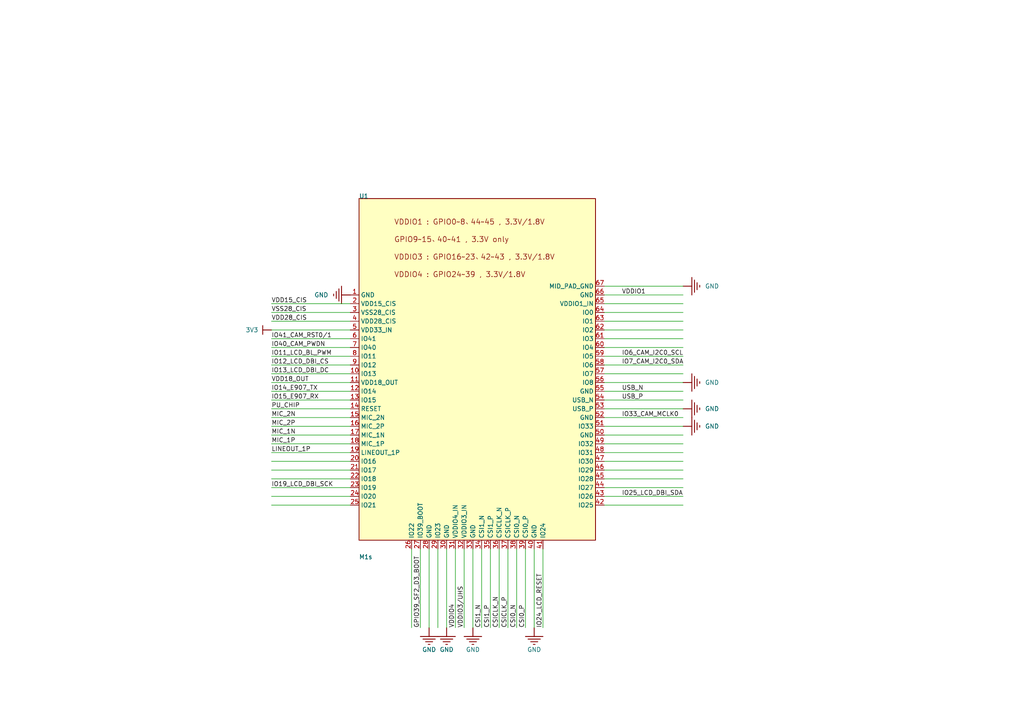
<source format=kicad_sch>
(kicad_sch (version 20211123) (generator eeschema)

  (uuid 8e89c399-9e07-43b1-9bee-21c47c344e1b)

  (paper "A4")

  (lib_symbols
    (symbol "KICAD-altium-import:0_M1s" (in_bom yes) (on_board yes)
      (property "Reference" "" (id 0) (at 0 0 0)
        (effects (font (size 1.27 1.27)))
      )
      (property "Value" "0_M1s" (id 1) (at 0 0 0)
        (effects (font (size 1.27 1.27)))
      )
      (property "Footprint" "" (id 2) (at 0 0 0)
        (effects (font (size 1.27 1.27)) hide)
      )
      (property "Datasheet" "" (id 3) (at 0 0 0)
        (effects (font (size 1.27 1.27)) hide)
      )
      (property "ki_fp_filters" "M1s" (id 4) (at 0 0 0)
        (effects (font (size 1.27 1.27)) hide)
      )
      (symbol "0_M1s_1_0"
        (rectangle (start 45.72 109.22) (end -22.86 10.16)
          (stroke (width 0.254) (type default) (color 0 0 0 0))
          (fill (type background))
        )
        (text "GPIO9~15、40~41 , 3.3V only" (at -12.7 96.52 0)
          (effects (font (size 1.524 1.524)) (justify left bottom))
        )
        (text "VDDIO1 : GPIO0~8、44~45 , 3.3V/1.8V" (at -12.7 101.6 0)
          (effects (font (size 1.524 1.524)) (justify left bottom))
        )
        (text "VDDIO3 : GPIO16~23、42~43 , 3.3V/1.8V" (at -12.7 91.44 0)
          (effects (font (size 1.524 1.524)) (justify left bottom))
        )
        (text "VDDIO4 : GPIO24~39 , 3.3V/1.8V" (at -12.7 86.36 0)
          (effects (font (size 1.524 1.524)) (justify left bottom))
        )
        (pin passive line (at -25.4 81.28 0) (length 2.54)
          (name "GND" (effects (font (size 1.27 1.27))))
          (number "1" (effects (font (size 1.27 1.27))))
        )
        (pin passive line (at -25.4 58.42 0) (length 2.54)
          (name "IO13" (effects (font (size 1.27 1.27))))
          (number "10" (effects (font (size 1.27 1.27))))
        )
        (pin passive line (at -25.4 55.88 0) (length 2.54)
          (name "VDD18_OUT" (effects (font (size 1.27 1.27))))
          (number "11" (effects (font (size 1.27 1.27))))
        )
        (pin passive line (at -25.4 53.34 0) (length 2.54)
          (name "IO14" (effects (font (size 1.27 1.27))))
          (number "12" (effects (font (size 1.27 1.27))))
        )
        (pin passive line (at -25.4 50.8 0) (length 2.54)
          (name "IO15" (effects (font (size 1.27 1.27))))
          (number "13" (effects (font (size 1.27 1.27))))
        )
        (pin passive line (at -25.4 48.26 0) (length 2.54)
          (name "RESET" (effects (font (size 1.27 1.27))))
          (number "14" (effects (font (size 1.27 1.27))))
        )
        (pin passive line (at -25.4 45.72 0) (length 2.54)
          (name "MIC_2N" (effects (font (size 1.27 1.27))))
          (number "15" (effects (font (size 1.27 1.27))))
        )
        (pin passive line (at -25.4 43.18 0) (length 2.54)
          (name "MIC_2P" (effects (font (size 1.27 1.27))))
          (number "16" (effects (font (size 1.27 1.27))))
        )
        (pin passive line (at -25.4 40.64 0) (length 2.54)
          (name "MIC_1N" (effects (font (size 1.27 1.27))))
          (number "17" (effects (font (size 1.27 1.27))))
        )
        (pin passive line (at -25.4 38.1 0) (length 2.54)
          (name "MIC_1P" (effects (font (size 1.27 1.27))))
          (number "18" (effects (font (size 1.27 1.27))))
        )
        (pin passive line (at -25.4 35.56 0) (length 2.54)
          (name "LINEOUT_1P" (effects (font (size 1.27 1.27))))
          (number "19" (effects (font (size 1.27 1.27))))
        )
        (pin passive line (at -25.4 78.74 0) (length 2.54)
          (name "VDD15_CIS" (effects (font (size 1.27 1.27))))
          (number "2" (effects (font (size 1.27 1.27))))
        )
        (pin passive line (at -25.4 33.02 0) (length 2.54)
          (name "IO16" (effects (font (size 1.27 1.27))))
          (number "20" (effects (font (size 1.27 1.27))))
        )
        (pin passive line (at -25.4 30.48 0) (length 2.54)
          (name "IO17" (effects (font (size 1.27 1.27))))
          (number "21" (effects (font (size 1.27 1.27))))
        )
        (pin passive line (at -25.4 27.94 0) (length 2.54)
          (name "IO18" (effects (font (size 1.27 1.27))))
          (number "22" (effects (font (size 1.27 1.27))))
        )
        (pin passive line (at -25.4 25.4 0) (length 2.54)
          (name "IO19" (effects (font (size 1.27 1.27))))
          (number "23" (effects (font (size 1.27 1.27))))
        )
        (pin passive line (at -25.4 22.86 0) (length 2.54)
          (name "IO20" (effects (font (size 1.27 1.27))))
          (number "24" (effects (font (size 1.27 1.27))))
        )
        (pin passive line (at -25.4 20.32 0) (length 2.54)
          (name "IO21" (effects (font (size 1.27 1.27))))
          (number "25" (effects (font (size 1.27 1.27))))
        )
        (pin passive line (at -7.62 7.62 90) (length 2.54)
          (name "IO22" (effects (font (size 1.27 1.27))))
          (number "26" (effects (font (size 1.27 1.27))))
        )
        (pin passive line (at -5.08 7.62 90) (length 2.54)
          (name "IO39_BOOT" (effects (font (size 1.27 1.27))))
          (number "27" (effects (font (size 1.27 1.27))))
        )
        (pin passive line (at -2.54 7.62 90) (length 2.54)
          (name "GND" (effects (font (size 1.27 1.27))))
          (number "28" (effects (font (size 1.27 1.27))))
        )
        (pin passive line (at 0 7.62 90) (length 2.54)
          (name "IO23" (effects (font (size 1.27 1.27))))
          (number "29" (effects (font (size 1.27 1.27))))
        )
        (pin passive line (at -25.4 76.2 0) (length 2.54)
          (name "VSS28_CIS" (effects (font (size 1.27 1.27))))
          (number "3" (effects (font (size 1.27 1.27))))
        )
        (pin passive line (at 2.54 7.62 90) (length 2.54)
          (name "GND" (effects (font (size 1.27 1.27))))
          (number "30" (effects (font (size 1.27 1.27))))
        )
        (pin passive line (at 5.08 7.62 90) (length 2.54)
          (name "VDDIO4_IN" (effects (font (size 1.27 1.27))))
          (number "31" (effects (font (size 1.27 1.27))))
        )
        (pin passive line (at 7.62 7.62 90) (length 2.54)
          (name "VDDIO3_IN" (effects (font (size 1.27 1.27))))
          (number "32" (effects (font (size 1.27 1.27))))
        )
        (pin passive line (at 10.16 7.62 90) (length 2.54)
          (name "GND" (effects (font (size 1.27 1.27))))
          (number "33" (effects (font (size 1.27 1.27))))
        )
        (pin passive line (at 12.7 7.62 90) (length 2.54)
          (name "CSI1_N" (effects (font (size 1.27 1.27))))
          (number "34" (effects (font (size 1.27 1.27))))
        )
        (pin passive line (at 15.24 7.62 90) (length 2.54)
          (name "CSI1_P" (effects (font (size 1.27 1.27))))
          (number "35" (effects (font (size 1.27 1.27))))
        )
        (pin passive line (at 17.78 7.62 90) (length 2.54)
          (name "CSICLK_N" (effects (font (size 1.27 1.27))))
          (number "36" (effects (font (size 1.27 1.27))))
        )
        (pin passive line (at 20.32 7.62 90) (length 2.54)
          (name "CSICLK_P" (effects (font (size 1.27 1.27))))
          (number "37" (effects (font (size 1.27 1.27))))
        )
        (pin passive line (at 22.86 7.62 90) (length 2.54)
          (name "CSI0_N" (effects (font (size 1.27 1.27))))
          (number "38" (effects (font (size 1.27 1.27))))
        )
        (pin passive line (at 25.4 7.62 90) (length 2.54)
          (name "CSI0_P" (effects (font (size 1.27 1.27))))
          (number "39" (effects (font (size 1.27 1.27))))
        )
        (pin passive line (at -25.4 73.66 0) (length 2.54)
          (name "VDD28_CIS" (effects (font (size 1.27 1.27))))
          (number "4" (effects (font (size 1.27 1.27))))
        )
        (pin passive line (at 27.94 7.62 90) (length 2.54)
          (name "GND" (effects (font (size 1.27 1.27))))
          (number "40" (effects (font (size 1.27 1.27))))
        )
        (pin passive line (at 30.48 7.62 90) (length 2.54)
          (name "IO24" (effects (font (size 1.27 1.27))))
          (number "41" (effects (font (size 1.27 1.27))))
        )
        (pin passive line (at 48.26 20.32 180) (length 2.54)
          (name "IO25" (effects (font (size 1.27 1.27))))
          (number "42" (effects (font (size 1.27 1.27))))
        )
        (pin passive line (at 48.26 22.86 180) (length 2.54)
          (name "IO26" (effects (font (size 1.27 1.27))))
          (number "43" (effects (font (size 1.27 1.27))))
        )
        (pin passive line (at 48.26 25.4 180) (length 2.54)
          (name "IO27" (effects (font (size 1.27 1.27))))
          (number "44" (effects (font (size 1.27 1.27))))
        )
        (pin passive line (at 48.26 27.94 180) (length 2.54)
          (name "IO28" (effects (font (size 1.27 1.27))))
          (number "45" (effects (font (size 1.27 1.27))))
        )
        (pin passive line (at 48.26 30.48 180) (length 2.54)
          (name "IO29" (effects (font (size 1.27 1.27))))
          (number "46" (effects (font (size 1.27 1.27))))
        )
        (pin passive line (at 48.26 33.02 180) (length 2.54)
          (name "IO30" (effects (font (size 1.27 1.27))))
          (number "47" (effects (font (size 1.27 1.27))))
        )
        (pin passive line (at 48.26 35.56 180) (length 2.54)
          (name "IO31" (effects (font (size 1.27 1.27))))
          (number "48" (effects (font (size 1.27 1.27))))
        )
        (pin passive line (at 48.26 38.1 180) (length 2.54)
          (name "IO32" (effects (font (size 1.27 1.27))))
          (number "49" (effects (font (size 1.27 1.27))))
        )
        (pin passive line (at -25.4 71.12 0) (length 2.54)
          (name "VDD33_IN" (effects (font (size 1.27 1.27))))
          (number "5" (effects (font (size 1.27 1.27))))
        )
        (pin passive line (at 48.26 40.64 180) (length 2.54)
          (name "GND" (effects (font (size 1.27 1.27))))
          (number "50" (effects (font (size 1.27 1.27))))
        )
        (pin passive line (at 48.26 43.18 180) (length 2.54)
          (name "IO33" (effects (font (size 1.27 1.27))))
          (number "51" (effects (font (size 1.27 1.27))))
        )
        (pin passive line (at 48.26 45.72 180) (length 2.54)
          (name "GND" (effects (font (size 1.27 1.27))))
          (number "52" (effects (font (size 1.27 1.27))))
        )
        (pin passive line (at 48.26 48.26 180) (length 2.54)
          (name "USB_P" (effects (font (size 1.27 1.27))))
          (number "53" (effects (font (size 1.27 1.27))))
        )
        (pin passive line (at 48.26 50.8 180) (length 2.54)
          (name "USB_N" (effects (font (size 1.27 1.27))))
          (number "54" (effects (font (size 1.27 1.27))))
        )
        (pin passive line (at 48.26 53.34 180) (length 2.54)
          (name "GND" (effects (font (size 1.27 1.27))))
          (number "55" (effects (font (size 1.27 1.27))))
        )
        (pin passive line (at 48.26 55.88 180) (length 2.54)
          (name "IO8" (effects (font (size 1.27 1.27))))
          (number "56" (effects (font (size 1.27 1.27))))
        )
        (pin passive line (at 48.26 58.42 180) (length 2.54)
          (name "IO7" (effects (font (size 1.27 1.27))))
          (number "57" (effects (font (size 1.27 1.27))))
        )
        (pin passive line (at 48.26 60.96 180) (length 2.54)
          (name "IO6" (effects (font (size 1.27 1.27))))
          (number "58" (effects (font (size 1.27 1.27))))
        )
        (pin passive line (at 48.26 63.5 180) (length 2.54)
          (name "IO5" (effects (font (size 1.27 1.27))))
          (number "59" (effects (font (size 1.27 1.27))))
        )
        (pin passive line (at -25.4 68.58 0) (length 2.54)
          (name "IO41" (effects (font (size 1.27 1.27))))
          (number "6" (effects (font (size 1.27 1.27))))
        )
        (pin passive line (at 48.26 66.04 180) (length 2.54)
          (name "IO4" (effects (font (size 1.27 1.27))))
          (number "60" (effects (font (size 1.27 1.27))))
        )
        (pin passive line (at 48.26 68.58 180) (length 2.54)
          (name "IO3" (effects (font (size 1.27 1.27))))
          (number "61" (effects (font (size 1.27 1.27))))
        )
        (pin passive line (at 48.26 71.12 180) (length 2.54)
          (name "IO2" (effects (font (size 1.27 1.27))))
          (number "62" (effects (font (size 1.27 1.27))))
        )
        (pin passive line (at 48.26 73.66 180) (length 2.54)
          (name "IO1" (effects (font (size 1.27 1.27))))
          (number "63" (effects (font (size 1.27 1.27))))
        )
        (pin passive line (at 48.26 76.2 180) (length 2.54)
          (name "IO0" (effects (font (size 1.27 1.27))))
          (number "64" (effects (font (size 1.27 1.27))))
        )
        (pin passive line (at 48.26 78.74 180) (length 2.54)
          (name "VDDIO1_IN" (effects (font (size 1.27 1.27))))
          (number "65" (effects (font (size 1.27 1.27))))
        )
        (pin passive line (at 48.26 81.28 180) (length 2.54)
          (name "GND" (effects (font (size 1.27 1.27))))
          (number "66" (effects (font (size 1.27 1.27))))
        )
        (pin passive line (at 48.26 83.82 180) (length 2.54)
          (name "MID_PAD_GND" (effects (font (size 1.27 1.27))))
          (number "67" (effects (font (size 1.27 1.27))))
        )
        (pin passive line (at -25.4 66.04 0) (length 2.54)
          (name "IO40" (effects (font (size 1.27 1.27))))
          (number "7" (effects (font (size 1.27 1.27))))
        )
        (pin passive line (at -25.4 63.5 0) (length 2.54)
          (name "IO11" (effects (font (size 1.27 1.27))))
          (number "8" (effects (font (size 1.27 1.27))))
        )
        (pin passive line (at -25.4 60.96 0) (length 2.54)
          (name "IO12" (effects (font (size 1.27 1.27))))
          (number "9" (effects (font (size 1.27 1.27))))
        )
      )
    )
    (symbol "KICAD-altium-import:3V3" (power) (in_bom yes) (on_board yes)
      (property "Reference" "#PWR" (id 0) (at 0 0 0)
        (effects (font (size 1.27 1.27)))
      )
      (property "Value" "3V3" (id 1) (at 0 3.81 0)
        (effects (font (size 1.27 1.27)))
      )
      (property "Footprint" "" (id 2) (at 0 0 0)
        (effects (font (size 1.27 1.27)) hide)
      )
      (property "Datasheet" "" (id 3) (at 0 0 0)
        (effects (font (size 1.27 1.27)) hide)
      )
      (property "ki_keywords" "power-flag" (id 4) (at 0 0 0)
        (effects (font (size 1.27 1.27)) hide)
      )
      (property "ki_description" "电源符号创建名为 '3V3' 的全局标签" (id 5) (at 0 0 0)
        (effects (font (size 1.27 1.27)) hide)
      )
      (symbol "3V3_0_0"
        (polyline
          (pts
            (xy -1.27 -2.54)
            (xy 1.27 -2.54)
          )
          (stroke (width 0.254) (type default) (color 0 0 0 0))
          (fill (type none))
        )
        (polyline
          (pts
            (xy 0 0)
            (xy 0 -2.54)
          )
          (stroke (width 0.254) (type default) (color 0 0 0 0))
          (fill (type none))
        )
        (pin power_in line (at 0 0 0) (length 0) hide
          (name "3V3" (effects (font (size 1.27 1.27))))
          (number "" (effects (font (size 1.27 1.27))))
        )
      )
    )
    (symbol "KICAD-altium-import:GND" (power) (in_bom yes) (on_board yes)
      (property "Reference" "#PWR" (id 0) (at 0 0 0)
        (effects (font (size 1.27 1.27)))
      )
      (property "Value" "GND" (id 1) (at 0 6.35 0)
        (effects (font (size 1.27 1.27)))
      )
      (property "Footprint" "" (id 2) (at 0 0 0)
        (effects (font (size 1.27 1.27)) hide)
      )
      (property "Datasheet" "" (id 3) (at 0 0 0)
        (effects (font (size 1.27 1.27)) hide)
      )
      (property "ki_keywords" "power-flag" (id 4) (at 0 0 0)
        (effects (font (size 1.27 1.27)) hide)
      )
      (property "ki_description" "电源符号创建名为 'GND' 的全局标签" (id 5) (at 0 0 0)
        (effects (font (size 1.27 1.27)) hide)
      )
      (symbol "GND_0_0"
        (polyline
          (pts
            (xy -2.54 -2.54)
            (xy 2.54 -2.54)
          )
          (stroke (width 0.254) (type default) (color 0 0 0 0))
          (fill (type none))
        )
        (polyline
          (pts
            (xy -1.778 -3.302)
            (xy 1.778 -3.302)
          )
          (stroke (width 0.254) (type default) (color 0 0 0 0))
          (fill (type none))
        )
        (polyline
          (pts
            (xy -1.016 -4.064)
            (xy 1.016 -4.064)
          )
          (stroke (width 0.254) (type default) (color 0 0 0 0))
          (fill (type none))
        )
        (polyline
          (pts
            (xy -0.254 -4.826)
            (xy 0.254 -4.826)
          )
          (stroke (width 0.254) (type default) (color 0 0 0 0))
          (fill (type none))
        )
        (polyline
          (pts
            (xy 0 0)
            (xy 0 -2.54)
          )
          (stroke (width 0.254) (type default) (color 0 0 0 0))
          (fill (type none))
        )
        (pin power_in line (at 0 0 0) (length 0) hide
          (name "GND" (effects (font (size 1.27 1.27))))
          (number "" (effects (font (size 1.27 1.27))))
        )
      )
    )
  )


  (wire (pts (xy 198.12 136.3472) (xy 175.26 136.3472))
    (stroke (width 0.1524) (type default) (color 0 0 0 0))
    (uuid 000b3191-54aa-462e-a8b1-3f21658c9fb6)
  )
  (wire (pts (xy 101.6 126.1872) (xy 78.74 126.1872))
    (stroke (width 0.1524) (type default) (color 0 0 0 0))
    (uuid 0124d646-7034-4649-b69e-ac5d4162225c)
  )
  (wire (pts (xy 101.6 90.6272) (xy 78.74 90.6272))
    (stroke (width 0.1524) (type default) (color 0 0 0 0))
    (uuid 018e5166-a12c-4973-a889-e5b9428bab3d)
  )
  (wire (pts (xy 198.12 100.7872) (xy 175.26 100.7872))
    (stroke (width 0.1524) (type default) (color 0 0 0 0))
    (uuid 0b95f5bc-beb2-4a04-8112-15df31d74fc1)
  )
  (wire (pts (xy 101.6 123.6472) (xy 78.74 123.6472))
    (stroke (width 0.1524) (type default) (color 0 0 0 0))
    (uuid 0c95d63f-3bc8-4a72-8643-810cd0d3e48d)
  )
  (wire (pts (xy 198.12 88.0872) (xy 175.26 88.0872))
    (stroke (width 0.1524) (type default) (color 0 0 0 0))
    (uuid 0e8edcff-d382-4870-ba1c-bb8b7a84976a)
  )
  (wire (pts (xy 101.6 133.8072) (xy 78.74 133.8072))
    (stroke (width 0.1524) (type default) (color 0 0 0 0))
    (uuid 0edf9149-1b59-4601-8eae-3131973726e9)
  )
  (wire (pts (xy 198.12 90.6272) (xy 175.26 90.6272))
    (stroke (width 0.1524) (type default) (color 0 0 0 0))
    (uuid 12f8e90d-f686-4bce-a570-175719f4662b)
  )
  (wire (pts (xy 142.24 159.2072) (xy 142.24 182.0672))
    (stroke (width 0.1524) (type default) (color 0 0 0 0))
    (uuid 19b0d35c-6a5c-411d-80c4-44f4191b9f49)
  )
  (wire (pts (xy 101.6 143.9672) (xy 78.74 143.9672))
    (stroke (width 0.1524) (type default) (color 0 0 0 0))
    (uuid 1b765efc-330a-417b-a968-06a641e4825e)
  )
  (wire (pts (xy 101.6 118.5672) (xy 78.74 118.5672))
    (stroke (width 0.1524) (type default) (color 0 0 0 0))
    (uuid 1ee22dba-522d-49bd-9b8b-131733215819)
  )
  (wire (pts (xy 101.6 93.1672) (xy 78.74 93.1672))
    (stroke (width 0.1524) (type default) (color 0 0 0 0))
    (uuid 1fb25c2f-dd1d-4cd8-abbc-764cdc9e3424)
  )
  (wire (pts (xy 198.12 98.2472) (xy 175.26 98.2472))
    (stroke (width 0.1524) (type default) (color 0 0 0 0))
    (uuid 244a8bf2-9d33-4a9f-bf73-9c72131a4717)
  )
  (wire (pts (xy 101.6 103.3272) (xy 78.74 103.3272))
    (stroke (width 0.1524) (type default) (color 0 0 0 0))
    (uuid 257e771d-4d9a-47ea-9199-0e51f720ffd4)
  )
  (wire (pts (xy 101.6 108.4072) (xy 78.74 108.4072))
    (stroke (width 0.1524) (type default) (color 0 0 0 0))
    (uuid 2a863785-a15b-4e49-8b67-416a17c0ca13)
  )
  (wire (pts (xy 149.86 159.2072) (xy 149.86 182.0672))
    (stroke (width 0.1524) (type default) (color 0 0 0 0))
    (uuid 33360767-9247-47b0-8807-c8aac78ec085)
  )
  (wire (pts (xy 157.48 159.2072) (xy 157.48 182.0672))
    (stroke (width 0.1524) (type default) (color 0 0 0 0))
    (uuid 36743ddd-e026-45b8-a2be-9a926162e102)
  )
  (wire (pts (xy 101.6 105.8672) (xy 78.74 105.8672))
    (stroke (width 0.1524) (type default) (color 0 0 0 0))
    (uuid 3c11dbd6-9fa1-4f9b-b284-589739756105)
  )
  (wire (pts (xy 101.6 121.1072) (xy 78.74 121.1072))
    (stroke (width 0.1524) (type default) (color 0 0 0 0))
    (uuid 43d95681-440a-48a6-b4ca-e044e540bcb9)
  )
  (wire (pts (xy 198.12 83.0072) (xy 175.26 83.0072))
    (stroke (width 0.1524) (type default) (color 0 0 0 0))
    (uuid 456a5477-2c36-4a3c-a52e-2f378516472f)
  )
  (wire (pts (xy 134.62 159.2072) (xy 134.62 182.0672))
    (stroke (width 0.1524) (type default) (color 0 0 0 0))
    (uuid 477bf912-8fa7-4db3-8332-cd451a4e6a2c)
  )
  (wire (pts (xy 101.6 146.5072) (xy 78.74 146.5072))
    (stroke (width 0.1524) (type default) (color 0 0 0 0))
    (uuid 47827798-ba9a-4b05-ae55-6f722c58e62b)
  )
  (wire (pts (xy 198.12 93.1672) (xy 175.26 93.1672))
    (stroke (width 0.1524) (type default) (color 0 0 0 0))
    (uuid 4a6f2217-2e44-44fe-a9ec-cece7c97f02b)
  )
  (wire (pts (xy 101.6 113.4872) (xy 78.74 113.4872))
    (stroke (width 0.1524) (type default) (color 0 0 0 0))
    (uuid 5133583f-f2db-41b3-bba5-267eb02473d0)
  )
  (wire (pts (xy 198.12 113.4872) (xy 175.26 113.4872))
    (stroke (width 0.1524) (type default) (color 0 0 0 0))
    (uuid 57334b39-6cfb-4f10-a201-f01287eeef79)
  )
  (wire (pts (xy 137.16 159.2072) (xy 137.16 182.0672))
    (stroke (width 0.1524) (type default) (color 0 0 0 0))
    (uuid 5f828510-5e6f-494d-b534-873763fb15e0)
  )
  (wire (pts (xy 152.4 159.2072) (xy 152.4 182.0672))
    (stroke (width 0.1524) (type default) (color 0 0 0 0))
    (uuid 61d768c4-a944-4a8f-8d03-df39bbeb4e89)
  )
  (wire (pts (xy 101.6 136.3472) (xy 78.74 136.3472))
    (stroke (width 0.1524) (type default) (color 0 0 0 0))
    (uuid 63292152-4f12-4bc7-85e0-0ec378942e77)
  )
  (wire (pts (xy 129.54 159.2072) (xy 129.54 182.0672))
    (stroke (width 0.1524) (type default) (color 0 0 0 0))
    (uuid 6636a7c6-3d80-41cc-bf49-14d937b3aa89)
  )
  (wire (pts (xy 198.12 116.0272) (xy 175.26 116.0272))
    (stroke (width 0.1524) (type default) (color 0 0 0 0))
    (uuid 66725a8c-d2f3-4845-b01c-b48519feee45)
  )
  (wire (pts (xy 198.12 126.1872) (xy 175.26 126.1872))
    (stroke (width 0.1524) (type default) (color 0 0 0 0))
    (uuid 68163435-acd1-4a24-a788-673d38741708)
  )
  (wire (pts (xy 101.6 116.0272) (xy 78.74 116.0272))
    (stroke (width 0.1524) (type default) (color 0 0 0 0))
    (uuid 695a2ed2-9d50-48e3-a517-b3e8fc61341b)
  )
  (wire (pts (xy 101.6 95.7072) (xy 78.74 95.7072))
    (stroke (width 0.1524) (type default) (color 0 0 0 0))
    (uuid 6ecd9bf2-f7ea-4887-92a1-2f110b734ad3)
  )
  (wire (pts (xy 144.78 159.2072) (xy 144.78 182.0672))
    (stroke (width 0.1524) (type default) (color 0 0 0 0))
    (uuid 70b6c4c7-b4d7-43a7-947a-b037b4cb9017)
  )
  (wire (pts (xy 101.6 138.8872) (xy 78.74 138.8872))
    (stroke (width 0.1524) (type default) (color 0 0 0 0))
    (uuid 70c5818c-dbc2-4fff-ac1e-cdb11139b418)
  )
  (wire (pts (xy 139.7 159.2072) (xy 139.7 182.0672))
    (stroke (width 0.1524) (type default) (color 0 0 0 0))
    (uuid 72c6fd2e-4a3d-4bdf-b04d-773a62854863)
  )
  (wire (pts (xy 198.12 143.9672) (xy 175.26 143.9672))
    (stroke (width 0.1524) (type default) (color 0 0 0 0))
    (uuid 7c077a7d-1195-49ae-b36a-9f8f7a12c8fb)
  )
  (wire (pts (xy 198.12 131.2672) (xy 175.26 131.2672))
    (stroke (width 0.1524) (type default) (color 0 0 0 0))
    (uuid 92618017-76f8-4718-8c19-9b4eea4416ee)
  )
  (wire (pts (xy 119.38 159.2072) (xy 119.38 182.0672))
    (stroke (width 0.1524) (type default) (color 0 0 0 0))
    (uuid 956435be-6d03-48be-a0be-367e10239727)
  )
  (wire (pts (xy 198.12 123.6472) (xy 175.26 123.6472))
    (stroke (width 0.1524) (type default) (color 0 0 0 0))
    (uuid 96243a8d-3565-4003-8ea8-7afffa6270a5)
  )
  (wire (pts (xy 127 159.2072) (xy 127 182.0672))
    (stroke (width 0.1524) (type default) (color 0 0 0 0))
    (uuid 97db0643-b10c-441a-8d78-f3a45677a6c1)
  )
  (wire (pts (xy 198.12 103.3272) (xy 175.26 103.3272))
    (stroke (width 0.1524) (type default) (color 0 0 0 0))
    (uuid 9bc5cdd2-bb2f-46fb-bcb7-9bff20245872)
  )
  (wire (pts (xy 198.12 133.8072) (xy 175.26 133.8072))
    (stroke (width 0.1524) (type default) (color 0 0 0 0))
    (uuid 9c1a9470-3303-46b2-84fd-8213f92119f8)
  )
  (wire (pts (xy 101.6 100.7872) (xy 78.74 100.7872))
    (stroke (width 0.1524) (type default) (color 0 0 0 0))
    (uuid 9c22a8c8-6209-47e8-9c32-397b9eb53b7d)
  )
  (wire (pts (xy 101.6 141.4272) (xy 78.74 141.4272))
    (stroke (width 0.1524) (type default) (color 0 0 0 0))
    (uuid 9ee71afe-dc32-4989-a913-adc21e1afeef)
  )
  (wire (pts (xy 198.12 105.8672) (xy 175.26 105.8672))
    (stroke (width 0.1524) (type default) (color 0 0 0 0))
    (uuid a44fc235-4a49-4655-906e-1c75e4982e4f)
  )
  (wire (pts (xy 198.12 85.5472) (xy 175.26 85.5472))
    (stroke (width 0.1524) (type default) (color 0 0 0 0))
    (uuid a5de2dcb-664d-4d7e-a35b-22ef2a018b4c)
  )
  (wire (pts (xy 198.12 128.7272) (xy 175.26 128.7272))
    (stroke (width 0.1524) (type default) (color 0 0 0 0))
    (uuid a6705012-b80e-4475-bf84-3b8c19b3cfc0)
  )
  (wire (pts (xy 154.94 159.2072) (xy 154.94 182.0672))
    (stroke (width 0.1524) (type default) (color 0 0 0 0))
    (uuid aac1e9b8-6a69-44bf-89b5-ef151d0cdf6c)
  )
  (wire (pts (xy 121.92 159.2072) (xy 121.92 182.0672))
    (stroke (width 0.1524) (type default) (color 0 0 0 0))
    (uuid afc710ec-5ec9-4119-a7e2-e2d131e103f2)
  )
  (wire (pts (xy 198.12 146.5072) (xy 175.26 146.5072))
    (stroke (width 0.1524) (type default) (color 0 0 0 0))
    (uuid ba610ba9-ad0b-4120-8b0c-52d5f18626f7)
  )
  (wire (pts (xy 198.12 118.5672) (xy 175.26 118.5672))
    (stroke (width 0.1524) (type default) (color 0 0 0 0))
    (uuid bcb698cc-41aa-4baf-bd72-3625395c73ad)
  )
  (wire (pts (xy 198.12 138.8872) (xy 175.26 138.8872))
    (stroke (width 0.1524) (type default) (color 0 0 0 0))
    (uuid cf3af902-e3f6-4e7c-9152-17007088ebeb)
  )
  (wire (pts (xy 124.46 159.2072) (xy 124.46 182.0672))
    (stroke (width 0.1524) (type default) (color 0 0 0 0))
    (uuid d11dcbc0-71d7-4874-bb14-3d2ab953140d)
  )
  (wire (pts (xy 198.12 108.4072) (xy 175.26 108.4072))
    (stroke (width 0.1524) (type default) (color 0 0 0 0))
    (uuid d4c58f07-626a-40f9-9fdd-45ef329710ad)
  )
  (wire (pts (xy 198.12 141.4272) (xy 175.26 141.4272))
    (stroke (width 0.1524) (type default) (color 0 0 0 0))
    (uuid d85233b9-2d30-4d5c-aa31-7c9599b66ac0)
  )
  (wire (pts (xy 198.12 110.9472) (xy 175.26 110.9472))
    (stroke (width 0.1524) (type default) (color 0 0 0 0))
    (uuid d9830cb6-b874-4493-8770-44796e6fcd4c)
  )
  (wire (pts (xy 132.08 159.2072) (xy 132.08 182.0672))
    (stroke (width 0.1524) (type default) (color 0 0 0 0))
    (uuid dea8c10f-065f-438a-af88-1a3122bea736)
  )
  (wire (pts (xy 101.6 88.0872) (xy 78.74 88.0872))
    (stroke (width 0.1524) (type default) (color 0 0 0 0))
    (uuid e2ec8a7c-41e7-4061-8257-3bb6c537f97d)
  )
  (wire (pts (xy 147.32 159.2072) (xy 147.32 182.0672))
    (stroke (width 0.1524) (type default) (color 0 0 0 0))
    (uuid e7e5b17a-4d90-4573-8f32-3fedb6e58383)
  )
  (wire (pts (xy 198.12 121.1072) (xy 175.26 121.1072))
    (stroke (width 0.1524) (type default) (color 0 0 0 0))
    (uuid e7fe1c6b-52d9-4559-a0e8-b6114aafb6e2)
  )
  (wire (pts (xy 101.6 131.2672) (xy 78.74 131.2672))
    (stroke (width 0.1524) (type default) (color 0 0 0 0))
    (uuid f11d9b30-4090-4f7f-bb7c-51bf42d8d0f4)
  )
  (wire (pts (xy 101.6 110.9472) (xy 78.74 110.9472))
    (stroke (width 0.1524) (type default) (color 0 0 0 0))
    (uuid f56d5f25-1195-4b55-bd78-36deaa931a8f)
  )
  (wire (pts (xy 101.6 128.7272) (xy 78.74 128.7272))
    (stroke (width 0.1524) (type default) (color 0 0 0 0))
    (uuid f6c47169-5aeb-478c-bf9f-ebdefa4f31e9)
  )
  (wire (pts (xy 198.12 95.7072) (xy 175.26 95.7072))
    (stroke (width 0.1524) (type default) (color 0 0 0 0))
    (uuid fb4712f7-2cd6-4dfb-839a-a760b01d5e1c)
  )
  (wire (pts (xy 101.6 98.2472) (xy 78.74 98.2472))
    (stroke (width 0.1524) (type default) (color 0 0 0 0))
    (uuid ff183653-de1f-463e-b13d-c036a5626809)
  )

  (label "IO19_LCD_DBI_SCK" (at 78.74 141.4272 0)
    (effects (font (size 1.27 1.27)) (justify left bottom))
    (uuid 04c2c5a5-bf51-4b14-943b-de4d33249f75)
  )
  (label "CSI0_N" (at 149.86 182.0672 90)
    (effects (font (size 1.27 1.27)) (justify left bottom))
    (uuid 09bac2d1-3968-469f-96d6-0e106b9a738d)
  )
  (label "IO25_LCD_DBI_SDA" (at 180.34 143.9672 0)
    (effects (font (size 1.27 1.27)) (justify left bottom))
    (uuid 0a3982a7-acad-474b-87e9-34653e58c9da)
  )
  (label "CSICLK_P" (at 147.32 182.0672 90)
    (effects (font (size 1.27 1.27)) (justify left bottom))
    (uuid 146ecc35-9991-499f-b93c-afadad7ffb47)
  )
  (label "MIC_2P" (at 78.74 123.6472 0)
    (effects (font (size 1.27 1.27)) (justify left bottom))
    (uuid 18946ba3-4339-4038-8bc2-4d489779f461)
  )
  (label "MIC_1N" (at 78.74 126.1872 0)
    (effects (font (size 1.27 1.27)) (justify left bottom))
    (uuid 241da0ee-bf68-4e5b-9130-e04d1701c3c0)
  )
  (label "PU_CHIP" (at 78.74 118.5672 0)
    (effects (font (size 1.27 1.27)) (justify left bottom))
    (uuid 2abd63fe-d3ec-4f3c-bdee-182cb937a669)
  )
  (label "IO13_LCD_DBI_DC" (at 78.74 108.4072 0)
    (effects (font (size 1.27 1.27)) (justify left bottom))
    (uuid 34c86528-aa5f-4fb3-9629-af3aa7646876)
  )
  (label "GPIO39_SF2_D3_BOOT" (at 121.92 182.0672 90)
    (effects (font (size 1.27 1.27)) (justify left bottom))
    (uuid 35b3a6ba-0a22-4853-b94b-9987fd1dac0d)
  )
  (label "CSICLK_N" (at 144.78 182.0672 90)
    (effects (font (size 1.27 1.27)) (justify left bottom))
    (uuid 3dd120c8-3162-4e34-a93e-f946b666e088)
  )
  (label "IO11_LCD_BL_PWM" (at 78.74 103.3272 0)
    (effects (font (size 1.27 1.27)) (justify left bottom))
    (uuid 454a9f40-0233-44b1-acca-16d9d273af2e)
  )
  (label "VSS28_CIS" (at 78.74 90.6272 0)
    (effects (font (size 1.27 1.27)) (justify left bottom))
    (uuid 489936e0-4247-40f9-92b5-f97b6ddfe5d3)
  )
  (label "CSI0_P" (at 152.4 182.0672 90)
    (effects (font (size 1.27 1.27)) (justify left bottom))
    (uuid 53dc5d08-5edd-4b40-adc9-d03cd510febd)
  )
  (label "VDDIO1" (at 180.34 85.5472 0)
    (effects (font (size 1.27 1.27)) (justify left bottom))
    (uuid 62840547-3f8a-46e2-b814-98bb23eab5dc)
  )
  (label "USB_N" (at 180.34 113.4872 0)
    (effects (font (size 1.27 1.27)) (justify left bottom))
    (uuid 6508a275-6d61-4d49-919c-54aa6708b26e)
  )
  (label "VDD18_OUT" (at 78.74 110.9472 0)
    (effects (font (size 1.27 1.27)) (justify left bottom))
    (uuid 661545c2-aba1-4cf2-bb9e-e66db29bc669)
  )
  (label "LINEOUT_1P" (at 78.74 131.2672 0)
    (effects (font (size 1.27 1.27)) (justify left bottom))
    (uuid 686da62d-980b-493d-9576-a4e39a358e08)
  )
  (label "IO7_CAM_I2C0_SDA" (at 180.34 105.8672 0)
    (effects (font (size 1.27 1.27)) (justify left bottom))
    (uuid 6a34fe17-5f7a-40d1-8132-563f15de34c6)
  )
  (label "IO14_E907_TX" (at 78.74 113.4872 0)
    (effects (font (size 1.27 1.27)) (justify left bottom))
    (uuid 772ce4f5-5e7b-426e-840d-140c043fa899)
  )
  (label "MIC_1P" (at 78.74 128.7272 0)
    (effects (font (size 1.27 1.27)) (justify left bottom))
    (uuid 77fbabc4-76fd-49d0-942b-5ea3ebe93dbf)
  )
  (label "CSI1_P" (at 142.24 182.0672 90)
    (effects (font (size 1.27 1.27)) (justify left bottom))
    (uuid 80a309af-3a70-407c-9000-91a5ac5688a6)
  )
  (label "VDD15_CIS" (at 78.74 88.0872 0)
    (effects (font (size 1.27 1.27)) (justify left bottom))
    (uuid 81d0846b-d146-4a4b-816e-5a392ba4de6d)
  )
  (label "IO6_CAM_I2C0_SCL" (at 180.34 103.3272 0)
    (effects (font (size 1.27 1.27)) (justify left bottom))
    (uuid 90940946-a8d0-4918-9a69-fe431698e7ae)
  )
  (label "IO41_CAM_RST0/1" (at 78.74 98.2472 0)
    (effects (font (size 1.27 1.27)) (justify left bottom))
    (uuid 99fd6788-9172-46d6-aee9-f428a469c898)
  )
  (label "IO15_E907_RX" (at 78.74 116.0272 0)
    (effects (font (size 1.27 1.27)) (justify left bottom))
    (uuid 9d857c43-f45f-4832-b199-b694d97fb575)
  )
  (label "CSI1_N" (at 139.7 182.0672 90)
    (effects (font (size 1.27 1.27)) (justify left bottom))
    (uuid 9dfb2b32-8325-49f2-afee-61bc71d2c8a8)
  )
  (label "USB_P" (at 180.34 116.0272 0)
    (effects (font (size 1.27 1.27)) (justify left bottom))
    (uuid a2e1563a-eb24-482f-8e62-37694a136710)
  )
  (label "IO33_CAM_MCLK0" (at 180.34 121.1072 0)
    (effects (font (size 1.27 1.27)) (justify left bottom))
    (uuid abefe13e-400a-4bda-88ee-df9adc86f00e)
  )
  (label "VDDIO4" (at 132.08 182.0672 90)
    (effects (font (size 1.27 1.27)) (justify left bottom))
    (uuid b6865a7c-fccd-44d5-a30b-025f3fc01151)
  )
  (label "IO40_CAM_PWDN" (at 78.74 100.7872 0)
    (effects (font (size 1.27 1.27)) (justify left bottom))
    (uuid bf217603-4ded-456e-a19f-cd27ad53ec12)
  )
  (label "MIC_2N" (at 78.74 121.1072 0)
    (effects (font (size 1.27 1.27)) (justify left bottom))
    (uuid c2270aa1-7cf6-4593-ad85-fd0f81741bcb)
  )
  (label "IO12_LCD_DBI_CS" (at 78.74 105.8672 0)
    (effects (font (size 1.27 1.27)) (justify left bottom))
    (uuid dcdcf885-d496-415a-8433-d0e6e0b46e12)
  )
  (label "VDDIO3/UHS" (at 134.62 182.0672 90)
    (effects (font (size 1.27 1.27)) (justify left bottom))
    (uuid e9bc09e5-4ae9-4974-9a37-de12ea0ebdf2)
  )
  (label "IO24_LCD_RESET" (at 157.48 182.0672 90)
    (effects (font (size 1.27 1.27)) (justify left bottom))
    (uuid f693c8d7-4592-4cfa-938c-f82ec2adf01a)
  )
  (label "VDD28_CIS" (at 78.74 93.1672 0)
    (effects (font (size 1.27 1.27)) (justify left bottom))
    (uuid fee1925c-a414-431b-b2c4-e0badf608024)
  )

  (symbol (lib_id "KICAD-altium-import:GND") (at 101.6 85.5472 270) (unit 1)
    (in_bom yes) (on_board yes)
    (uuid 1b90a718-f228-4347-9c1d-9a80075ffbaf)
    (property "Reference" "#PWR?" (id 0) (at 101.6 85.5472 0)
      (effects (font (size 1.27 1.27)) hide)
    )
    (property "Value" "GND" (id 1) (at 95.25 85.5472 90)
      (effects (font (size 1.27 1.27)) (justify right))
    )
    (property "Footprint" "" (id 2) (at 101.6 85.5472 0)
      (effects (font (size 1.27 1.27)) hide)
    )
    (property "Datasheet" "" (id 3) (at 101.6 85.5472 0)
      (effects (font (size 1.27 1.27)) hide)
    )
    (pin "" (uuid 933e676e-151a-442d-b8d0-9c1c69ed2a4c))
  )

  (symbol (lib_id "KICAD-altium-import:GND") (at 198.12 118.5672 90) (unit 1)
    (in_bom yes) (on_board yes)
    (uuid 2a7e15f1-1442-4ca2-b4f4-d6d207ba9bf5)
    (property "Reference" "#PWR?" (id 0) (at 198.12 118.5672 0)
      (effects (font (size 1.27 1.27)) hide)
    )
    (property "Value" "GND" (id 1) (at 204.47 118.5672 90)
      (effects (font (size 1.27 1.27)) (justify right))
    )
    (property "Footprint" "" (id 2) (at 198.12 118.5672 0)
      (effects (font (size 1.27 1.27)) hide)
    )
    (property "Datasheet" "" (id 3) (at 198.12 118.5672 0)
      (effects (font (size 1.27 1.27)) hide)
    )
    (pin "" (uuid bbe723eb-8939-4daf-9684-d5c36200935c))
  )

  (symbol (lib_id "KICAD-altium-import:GND") (at 154.94 182.0672 0) (unit 1)
    (in_bom yes) (on_board yes)
    (uuid 2dcf98aa-3fae-4b32-9594-7896bf6187df)
    (property "Reference" "#PWR?" (id 0) (at 154.94 182.0672 0)
      (effects (font (size 1.27 1.27)) hide)
    )
    (property "Value" "GND" (id 1) (at 154.94 188.4172 0))
    (property "Footprint" "" (id 2) (at 154.94 182.0672 0)
      (effects (font (size 1.27 1.27)) hide)
    )
    (property "Datasheet" "" (id 3) (at 154.94 182.0672 0)
      (effects (font (size 1.27 1.27)) hide)
    )
    (pin "" (uuid d145e43c-8155-4697-9bd9-dfdba4d6cb5d))
  )

  (symbol (lib_id "KICAD-altium-import:GND") (at 124.46 182.0672 0) (unit 1)
    (in_bom yes) (on_board yes)
    (uuid 4d431d28-dfd4-4f38-9c4a-2ad53f8b8b49)
    (property "Reference" "#PWR?" (id 0) (at 124.46 182.0672 0)
      (effects (font (size 1.27 1.27)) hide)
    )
    (property "Value" "GND" (id 1) (at 124.46 188.4172 0))
    (property "Footprint" "" (id 2) (at 124.46 182.0672 0)
      (effects (font (size 1.27 1.27)) hide)
    )
    (property "Datasheet" "" (id 3) (at 124.46 182.0672 0)
      (effects (font (size 1.27 1.27)) hide)
    )
    (pin "" (uuid 13f3ed39-2818-433b-8f92-bc457e26daa6))
  )

  (symbol (lib_id "KICAD-altium-import:GND") (at 129.54 182.0672 0) (unit 1)
    (in_bom yes) (on_board yes)
    (uuid 62e6edd4-33be-48d2-9c38-1f38a4a24982)
    (property "Reference" "#PWR?" (id 0) (at 129.54 182.0672 0)
      (effects (font (size 1.27 1.27)) hide)
    )
    (property "Value" "GND" (id 1) (at 129.54 188.4172 0))
    (property "Footprint" "" (id 2) (at 129.54 182.0672 0)
      (effects (font (size 1.27 1.27)) hide)
    )
    (property "Datasheet" "" (id 3) (at 129.54 182.0672 0)
      (effects (font (size 1.27 1.27)) hide)
    )
    (pin "" (uuid e43f7a83-1d24-418c-bd61-1ef4c6e440fd))
  )

  (symbol (lib_id "KICAD-altium-import:3V3") (at 78.74 95.7072 270) (unit 1)
    (in_bom yes) (on_board yes)
    (uuid 6b2fffe2-1f51-447e-bbbc-d71a6b08232a)
    (property "Reference" "#PWR?" (id 0) (at 78.74 95.7072 0)
      (effects (font (size 1.27 1.27)) hide)
    )
    (property "Value" "3V3" (id 1) (at 74.93 95.7072 90)
      (effects (font (size 1.27 1.27)) (justify right))
    )
    (property "Footprint" "" (id 2) (at 78.74 95.7072 0)
      (effects (font (size 1.27 1.27)) hide)
    )
    (property "Datasheet" "" (id 3) (at 78.74 95.7072 0)
      (effects (font (size 1.27 1.27)) hide)
    )
    (pin "" (uuid 51fc4bf4-05a7-4455-ac68-4a38ec24456c))
  )

  (symbol (lib_id "KICAD-altium-import:GND") (at 198.12 123.6472 90) (unit 1)
    (in_bom yes) (on_board yes)
    (uuid 7d08a6df-8b17-43eb-af71-a3347946dcc8)
    (property "Reference" "#PWR?" (id 0) (at 198.12 123.6472 0)
      (effects (font (size 1.27 1.27)) hide)
    )
    (property "Value" "GND" (id 1) (at 204.47 123.6472 90)
      (effects (font (size 1.27 1.27)) (justify right))
    )
    (property "Footprint" "" (id 2) (at 198.12 123.6472 0)
      (effects (font (size 1.27 1.27)) hide)
    )
    (property "Datasheet" "" (id 3) (at 198.12 123.6472 0)
      (effects (font (size 1.27 1.27)) hide)
    )
    (pin "" (uuid 15e67d14-9734-43ad-91c0-a1efd0568299))
  )

  (symbol (lib_id "KICAD-altium-import:GND") (at 198.12 110.9472 90) (unit 1)
    (in_bom yes) (on_board yes)
    (uuid ac3298f1-6fac-4b3a-8e49-6dd8fdf5516d)
    (property "Reference" "#PWR?" (id 0) (at 198.12 110.9472 0)
      (effects (font (size 1.27 1.27)) hide)
    )
    (property "Value" "GND" (id 1) (at 204.47 110.9472 90)
      (effects (font (size 1.27 1.27)) (justify right))
    )
    (property "Footprint" "" (id 2) (at 198.12 110.9472 0)
      (effects (font (size 1.27 1.27)) hide)
    )
    (property "Datasheet" "" (id 3) (at 198.12 110.9472 0)
      (effects (font (size 1.27 1.27)) hide)
    )
    (pin "" (uuid 6245a3e5-06a2-46e8-a621-2995ac7c0cf8))
  )

  (symbol (lib_id "KICAD-altium-import:GND") (at 137.16 182.0672 0) (unit 1)
    (in_bom yes) (on_board yes)
    (uuid deecf4e2-6986-4dbc-b1c0-ade527bb32a0)
    (property "Reference" "#PWR?" (id 0) (at 137.16 182.0672 0)
      (effects (font (size 1.27 1.27)) hide)
    )
    (property "Value" "GND" (id 1) (at 137.16 188.4172 0))
    (property "Footprint" "" (id 2) (at 137.16 182.0672 0)
      (effects (font (size 1.27 1.27)) hide)
    )
    (property "Datasheet" "" (id 3) (at 137.16 182.0672 0)
      (effects (font (size 1.27 1.27)) hide)
    )
    (pin "" (uuid 01d787c1-5a77-4f22-8e31-643f95260f71))
  )

  (symbol (lib_id "KICAD-altium-import:0_M1s") (at 127 166.8272 0) (unit 1)
    (in_bom yes) (on_board yes)
    (uuid df03f7e6-6b36-4e60-83cb-cafad8c7a28a)
    (property "Reference" "U1" (id 0) (at 104.14 57.6072 0)
      (effects (font (size 1.27 1.27)) (justify left bottom))
    )
    (property "Value" "" (id 1) (at 104.14 162.2552 0)
      (effects (font (size 1.27 1.27)) (justify left bottom))
    )
    (property "Footprint" "M1s" (id 2) (at 127 166.8272 0)
      (effects (font (size 1.27 1.27)) hide)
    )
    (property "Datasheet" "" (id 3) (at 127 166.8272 0)
      (effects (font (size 1.27 1.27)) hide)
    )
    (pin "1" (uuid 551c82b0-f552-4f87-aa0f-704004ddfb77))
    (pin "10" (uuid 040eb521-70d8-4969-8aac-831ec51bf1e9))
    (pin "11" (uuid f426b667-54c8-4395-ba49-db5e9fa5c96f))
    (pin "12" (uuid f7beb68c-d593-43e4-80d5-1488f6d6eb96))
    (pin "13" (uuid a60b7b79-d255-4be3-b19b-89e191411ce8))
    (pin "14" (uuid 0b71fd01-041e-4529-bdc0-534eb9afc090))
    (pin "15" (uuid f7cbcf9e-b1d1-47b5-b3d4-fc31d7e16423))
    (pin "16" (uuid c3e8e45b-3a96-4b2d-b307-e5cb317bd914))
    (pin "17" (uuid 2d659bd2-0491-43be-904a-89797cff6594))
    (pin "18" (uuid 4b4dd0d8-b161-4fb1-9bd6-328421283466))
    (pin "19" (uuid 442574de-4c79-4633-ab46-446b1102749e))
    (pin "2" (uuid 2691e4e2-5fff-4495-bbbe-55aa224cdb62))
    (pin "20" (uuid b49e1e48-2358-47b0-b94f-970d42097922))
    (pin "21" (uuid a51a700d-ae25-44a9-9689-9ffb68095b46))
    (pin "22" (uuid 5c64659e-0fe5-4d4d-b3ba-394377d4885e))
    (pin "23" (uuid c3732c0e-8981-4015-b522-db2e2a2cd000))
    (pin "24" (uuid d480f46d-f936-4fdd-9090-e12397103391))
    (pin "25" (uuid 19de5856-4e20-49d5-abf9-28bbf79ddaa3))
    (pin "26" (uuid 343452c7-6661-422c-b4f9-416dd81f7777))
    (pin "27" (uuid 09089da7-80f8-4e91-8e36-57f37dac3d2b))
    (pin "28" (uuid 927ff597-202c-4e32-91a2-903a49ad4630))
    (pin "29" (uuid 16cace1c-adce-4dc1-a5b2-9a50f2ff84ad))
    (pin "3" (uuid 60cb9cfd-c238-44ee-a79c-2c783f6901c8))
    (pin "30" (uuid 9b6328df-7475-46b8-a4d3-b88af5a6e256))
    (pin "31" (uuid 1fe27c49-77bd-4075-8e99-5546327f43c4))
    (pin "32" (uuid 0b831dd0-b681-4b5c-afda-c86f2cdf1e8e))
    (pin "33" (uuid d7d7353a-4cfc-4c68-ad99-b347e9b456bb))
    (pin "34" (uuid 94060068-96e8-4a5b-81f3-99dc5bfe4cf3))
    (pin "35" (uuid 45b748a3-ee17-4dba-bf8d-24423fa33549))
    (pin "36" (uuid 74190ccb-018c-4593-a8a6-3140137ebb1a))
    (pin "37" (uuid aa70ca38-9d9e-4046-97da-31a436b79cf3))
    (pin "38" (uuid aadc0d21-aab5-4a77-88d2-406945fd7705))
    (pin "39" (uuid 681abc03-3826-432e-b4e3-5ea75f51c21e))
    (pin "4" (uuid 0035bbc7-06e5-4a8c-8303-293414611c05))
    (pin "40" (uuid ae49a21b-207d-4e13-8fd4-5a8c26d05144))
    (pin "41" (uuid 80693ab3-951f-44ff-8935-8801deba0ffb))
    (pin "42" (uuid af4afb77-1c36-4c5b-8a9d-c497a1d64b38))
    (pin "43" (uuid 2849af3a-730e-4675-b54f-96d07f8c84de))
    (pin "44" (uuid d813a338-44d3-4a7c-9f68-cf90c0b8aa0b))
    (pin "45" (uuid bcdc41a0-f214-4e45-ae97-c1d9dd1dfb88))
    (pin "46" (uuid 3efb4fa3-8822-4bec-8e56-eb7731e820c5))
    (pin "47" (uuid c2e7b3ba-0819-47ef-bf4f-d08b385d1793))
    (pin "48" (uuid 7c3dd3ca-ffc6-41c9-9934-38c4a3e6a0eb))
    (pin "49" (uuid 059526b4-5001-4c83-b460-9b97f29eb441))
    (pin "5" (uuid cffc2ada-3a7c-494b-a612-a22bdd740afe))
    (pin "50" (uuid 0e08b7ed-2474-4d86-86eb-19dbb87c38ca))
    (pin "51" (uuid 545a6f50-a0a8-4a06-a338-bb6a85c4be26))
    (pin "52" (uuid 93a58b6a-8659-4d66-ba99-9799d05a7af2))
    (pin "53" (uuid 35f438e1-2c2e-4013-a47e-e6dcf46e6bdc))
    (pin "54" (uuid e6053820-1b12-44ae-a4b0-622a989e9820))
    (pin "55" (uuid 7dd4cd81-233c-4467-9578-de9a1aae235c))
    (pin "56" (uuid 2dd3a871-5069-4da7-82c1-3e9af61beccd))
    (pin "57" (uuid d801646c-ba1f-4daa-9235-ae2108a710e0))
    (pin "58" (uuid e1f540f1-e8ff-4e73-b7f5-772b67221f03))
    (pin "59" (uuid 82490764-e38c-4aab-b34a-a50e5a489767))
    (pin "6" (uuid 58a39e4a-9e47-4d6f-91c7-6768adc109e2))
    (pin "60" (uuid f54f60eb-8dd4-488f-bf99-1020209e09c9))
    (pin "61" (uuid 4eb6a46c-5f99-42e7-a55d-6812eae3ff18))
    (pin "62" (uuid be710188-669f-46b1-808e-c36342f99163))
    (pin "63" (uuid bd7c2cba-4d57-4817-b22e-b2a04a32db60))
    (pin "64" (uuid 5e216c9b-da20-463f-ac1a-c6780694a3ec))
    (pin "65" (uuid 5d4c3664-56a1-45ab-8271-8b19dd9980f9))
    (pin "66" (uuid 9d363552-d2af-4f2e-8232-a97e5e75fd51))
    (pin "67" (uuid 6615bbf9-a7d8-4175-8bb4-7400e754efb5))
    (pin "7" (uuid 3cee0db3-fa10-49b1-b349-585c672391d8))
    (pin "8" (uuid cd5232ca-668a-4002-837b-7e7f8603c377))
    (pin "9" (uuid ce1559f5-0547-4ff0-ad37-d793311d3d83))
  )

  (symbol (lib_id "KICAD-altium-import:GND") (at 198.12 83.0072 90) (unit 1)
    (in_bom yes) (on_board yes)
    (uuid e8c32047-8514-4105-a72d-512a0120f3eb)
    (property "Reference" "#PWR?" (id 0) (at 198.12 83.0072 0)
      (effects (font (size 1.27 1.27)) hide)
    )
    (property "Value" "GND" (id 1) (at 204.47 83.0072 90)
      (effects (font (size 1.27 1.27)) (justify right))
    )
    (property "Footprint" "" (id 2) (at 198.12 83.0072 0)
      (effects (font (size 1.27 1.27)) hide)
    )
    (property "Datasheet" "" (id 3) (at 198.12 83.0072 0)
      (effects (font (size 1.27 1.27)) hide)
    )
    (pin "" (uuid 0780bd9d-1eb9-445a-a32e-52e2ab3bdfb8))
  )

  (sheet_instances
    (path "/" (page "1"))
  )

  (symbol_instances
    (path "/1b90a718-f228-4347-9c1d-9a80075ffbaf"
      (reference "#PWR?") (unit 1) (value "GND") (footprint "")
    )
    (path "/2a7e15f1-1442-4ca2-b4f4-d6d207ba9bf5"
      (reference "#PWR?") (unit 1) (value "GND") (footprint "")
    )
    (path "/2dcf98aa-3fae-4b32-9594-7896bf6187df"
      (reference "#PWR?") (unit 1) (value "GND") (footprint "")
    )
    (path "/4d431d28-dfd4-4f38-9c4a-2ad53f8b8b49"
      (reference "#PWR?") (unit 1) (value "GND") (footprint "")
    )
    (path "/62e6edd4-33be-48d2-9c38-1f38a4a24982"
      (reference "#PWR?") (unit 1) (value "GND") (footprint "")
    )
    (path "/6b2fffe2-1f51-447e-bbbc-d71a6b08232a"
      (reference "#PWR?") (unit 1) (value "3V3") (footprint "")
    )
    (path "/7d08a6df-8b17-43eb-af71-a3347946dcc8"
      (reference "#PWR?") (unit 1) (value "GND") (footprint "")
    )
    (path "/ac3298f1-6fac-4b3a-8e49-6dd8fdf5516d"
      (reference "#PWR?") (unit 1) (value "GND") (footprint "")
    )
    (path "/deecf4e2-6986-4dbc-b1c0-ade527bb32a0"
      (reference "#PWR?") (unit 1) (value "GND") (footprint "")
    )
    (path "/e8c32047-8514-4105-a72d-512a0120f3eb"
      (reference "#PWR?") (unit 1) (value "GND") (footprint "")
    )
    (path "/df03f7e6-6b36-4e60-83cb-cafad8c7a28a"
      (reference "U1") (unit 1) (value "M1s") (footprint "M1s")
    )
  )
)

</source>
